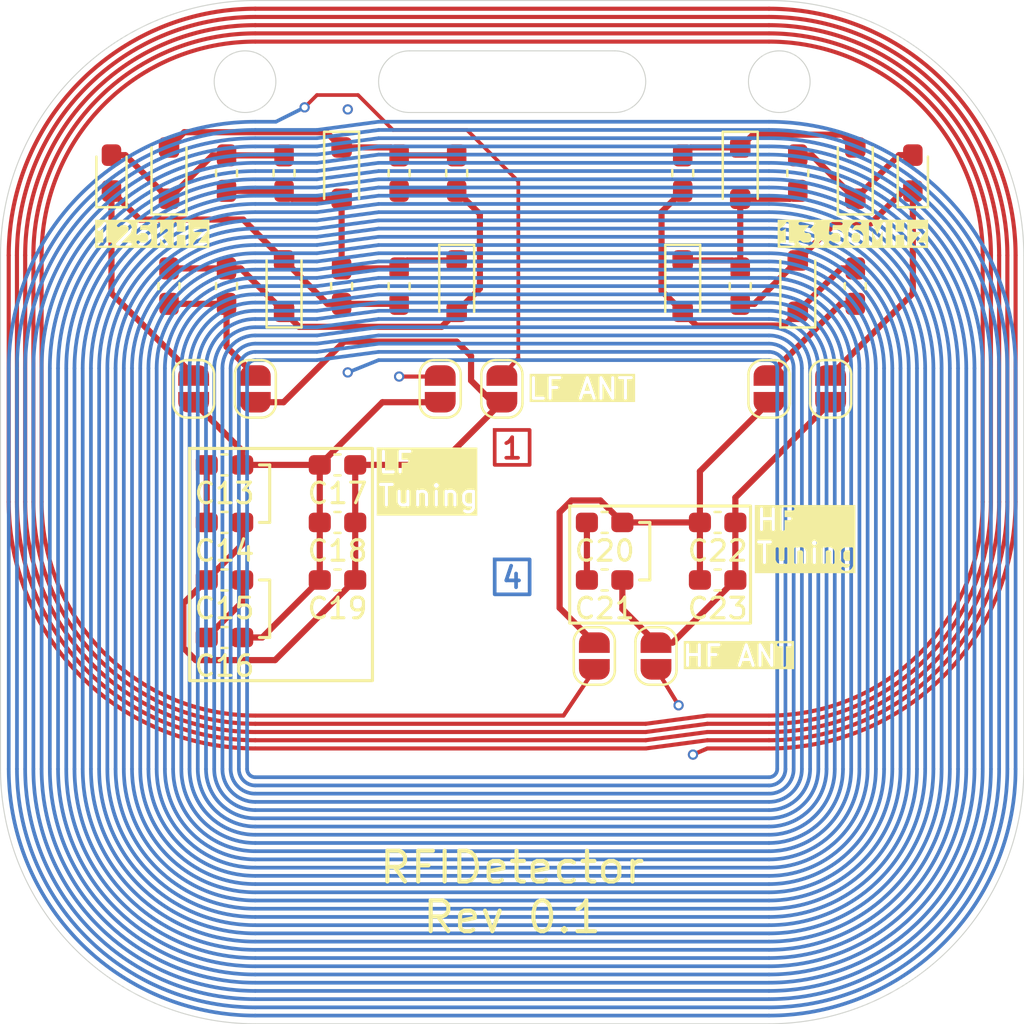
<source format=kicad_pcb>
(kicad_pcb (version 20221018) (generator pcbnew)
  (layers (0 "F.Cu" signal) (1 "In1.Cu" signal) (2 "In2.Cu" signal) (31 "B.Cu" signal) (34 "B.Paste" user) (35 "F.Paste" user) (36 "B.SilkS" user "B.Silkscreen") (37 "F.SilkS" user "F.Silkscreen") (38 "B.Mask" user) (39 "F.Mask" user) (44 "Edge.Cuts" user))
  (net 0 "")
  (net 1 "/125k_load_+")
  (net 2 "Net-(D1-K)")
  (net 3 "/125k_load_-")
  (net 4 "Net-(D2-K)")
  (net 5 "Net-(D3-K)")
  (net 6 "Net-(D4-K)")
  (net 7 "/13.56M_load_+")
  (net 8 "Net-(D6-K)")
  (net 9 "/13.56M_load_-")
  (net 10 "Net-(D7-K)")
  (net 11 "Net-(D8-K)")
  (net 12 "Net-(D10-A)")
  (net 13 "Net-(C13-Pad1)")
  (net 14 "Net-(JP1-B)")
  (net 15 "Net-(JP2-B)")
  (net 16 "Net-(C15-Pad2)")
  (net 17 "Net-(C20-Pad1)")
  (net 18 "Net-(JP5-B)")
  (net 19 "Net-(JP6-B)")
  (footprint "Capacitor_SMD:C_0603_1608Metric_Pad1.08x0.95mm_HandSolder" (layer "F.Cu") (at 130 107.5 90)
    (fp_text reference "C4" hide)
    (fp_text value "47u")
  )
  (footprint "Capacitor_SMD:C_0603_1608Metric_Pad1.08x0.95mm_HandSolder" (layer "F.Cu") (at 127 116.2)
    (fp_text reference "C17")
    (fp_text value "C")
  )
  (footprint "LED_SMD:LED_0603_1608Metric_Pad1.05x0.95mm_HandSolder" (layer "F.Cu") (at 116 102 90)
    (fp_text reference "D5" hide)
    (fp_text value "LED")
  )
  (footprint "Capacitor_SMD:C_0603_1608Metric_Pad1.08x0.95mm_HandSolder" (layer "F.Cu") (at 145.5 121.8)
    (fp_text reference "C23")
    (fp_text value "C")
  )
  (footprint "Capacitor_SMD:C_0603_1608Metric_Pad1.08x0.95mm_HandSolder" (layer "F.Cu") (at 143.8 102 90)
    (fp_text reference "C11" hide)
    (fp_text value "10u")
  )
  (footprint "Jumper:SolderJumper-2_P1.3mm_Open_RoundedPad1.0x1.5mm" (layer "F.Cu") (at 135 112.5 90)
    (fp_text reference "JP3" hide)
    (fp_text value "SolderJumper_2_Open")
  )
  (footprint "Capacitor_SMD:C_0603_1608Metric_Pad1.08x0.95mm_HandSolder" (layer "F.Cu") (at 121.6 107.5 90)
    (fp_text reference "C1" hide)
    (fp_text value "47u")
  )
  (footprint "Capacitor_SMD:C_0603_1608Metric_Pad1.08x0.95mm_HandSolder" (layer "F.Cu") (at 121.6 102 90)
    (fp_text reference "C8" hide)
    (fp_text value "47u")
  )
  (footprint "Capacitor_SMD:C_0603_1608Metric_Pad1.08x0.95mm_HandSolder" (layer "F.Cu") (at 127 119)
    (fp_text reference "C18")
    (fp_text value "C")
  )
  (footprint "Jumper:SolderJumper-2_P1.3mm_Open_RoundedPad1.0x1.5mm" (layer "F.Cu") (at 123 112.5 -90)
    (fp_text reference "JP1" hide)
    (fp_text value "SolderJumper_2_Open")
  )
  (footprint "Jumper:SolderJumper-2_P1.3mm_Open_RoundedPad1.0x1.5mm" (layer "F.Cu") (at 148 112.5 -90)
    (fp_text reference "JP5" hide)
    (fp_text value "SolderJumper_2_Open")
  )
  (footprint "Diode_SMD:D_SOD-323_HandSoldering" (layer "F.Cu") (at 152.2 102 90)
    (fp_text reference "D9" hide)
    (fp_text value "1N5819WS")
  )
  (footprint "Diode_SMD:D_SOD-323_HandSoldering" (layer "F.Cu") (at 132.8 107.5 -90)
    (fp_text reference "D2" hide)
    (fp_text value "1N5819WS")
  )
  (footprint "Diode_SMD:D_SOD-323_HandSoldering" (layer "F.Cu") (at 124.4 107.5 90)
    (fp_text reference "D1" hide)
    (fp_text value "1N5819WS")
  )
  (footprint "Capacitor_SMD:C_0603_1608Metric_Pad1.08x0.95mm_HandSolder" (layer "F.Cu") (at 145.5 119)
    (fp_text reference "C22")
    (fp_text value "C")
  )
  (footprint "Capacitor_SMD:C_0603_1608Metric_Pad1.08x0.95mm_HandSolder" (layer "F.Cu") (at 121.5 124.6)
    (fp_text reference "C16")
    (fp_text value "C")
  )
  (footprint "Capacitor_SMD:C_0603_1608Metric_Pad1.08x0.95mm_HandSolder" (layer "F.Cu") (at 127.2 107.5 90)
    (fp_text reference "C3" hide)
    (fp_text value "47u")
  )
  (footprint "Diode_SMD:D_SOD-323_HandSoldering" (layer "F.Cu") (at 143.8 107.5 -90)
    (fp_text reference "D7" hide)
    (fp_text value "1N5819WS")
  )
  (footprint "Capacitor_SMD:C_0603_1608Metric_Pad1.08x0.95mm_HandSolder" (layer "F.Cu") (at 130 102 90)
    (fp_text reference "C6" hide)
    (fp_text value "47u")
  )
  (footprint "LED_SMD:LED_0603_1608Metric_Pad1.05x0.95mm_HandSolder" (layer "F.Cu") (at 155 102 90)
    (fp_text reference "D10" hide)
    (fp_text value "LED")
  )
  (footprint "Capacitor_SMD:C_0603_1608Metric_Pad1.08x0.95mm_HandSolder" (layer "F.Cu") (at 140 119)
    (fp_text reference "C20")
    (fp_text value "C")
  )
  (footprint "Jumper:SolderJumper-2_P1.3mm_Open_RoundedPad1.0x1.5mm" (layer "F.Cu") (at 139.5 125.5 -90)
    (fp_text reference "JP7" hide)
    (fp_text value "SolderJumper_2_Open")
  )
  (footprint "Capacitor_SMD:C_0603_1608Metric_Pad1.08x0.95mm_HandSolder" (layer "F.Cu") (at 149.4 102 90)
    (fp_text reference "C12" hide)
    (fp_text value "10u")
  )
  (footprint "Jumper:SolderJumper-2_P1.3mm_Open_RoundedPad1.0x1.5mm" (layer "F.Cu") (at 120 112.5 -90)
    (fp_text reference "JP2" hide)
    (fp_text value "SolderJumper_2_Open")
  )
  (footprint "Capacitor_SMD:C_0603_1608Metric_Pad1.08x0.95mm_HandSolder" (layer "F.Cu") (at 121.5 116.2)
    (fp_text reference "C13")
    (fp_text value "C")
  )
  (footprint "Diode_SMD:D_SOD-323_HandSoldering" (layer "F.Cu") (at 127.2 102 -90)
    (fp_text reference "D3" hide)
    (fp_text value "1N5819WS")
  )
  (footprint "Jumper:SolderJumper-2_P1.3mm_Open_RoundedPad1.0x1.5mm" (layer "F.Cu") (at 142.5 125.5 -90)
    (fp_text reference "JP8" hide)
    (fp_text value "SolderJumper_2_Open")
  )
  (footprint "Capacitor_SMD:C_0603_1608Metric_Pad1.08x0.95mm_HandSolder" (layer "F.Cu") (at 127 121.8)
    (fp_text reference "C19")
    (fp_text value "C")
  )
  (footprint "Diode_SMD:D_SOD-323_HandSoldering" (layer "F.Cu") (at 118.8 102 90)
    (fp_text reference "D4" hide)
    (fp_text value "1N5819WS")
  )
  (footprint "Capacitor_SMD:C_0603_1608Metric_Pad1.08x0.95mm_HandSolder" (layer "F.Cu") (at 118.8 107.5 90)
    (fp_text reference "C2" hide)
    (fp_text value "47u")
  )
  (footprint "Capacitor_SMD:C_0603_1608Metric_Pad1.08x0.95mm_HandSolder" (layer "F.Cu") (at 132.8 102 90)
    (fp_text reference "C5" hide)
    (fp_text value "47u")
  )
  (footprint "Jumper:SolderJumper-2_P1.3mm_Open_RoundedPad1.0x1.5mm" (layer "F.Cu") (at 132 112.5 90)
    (fp_text reference "JP4" hide)
    (fp_text value "SolderJumper_2_Open")
  )
  (footprint "Capacitor_SMD:C_0603_1608Metric_Pad1.08x0.95mm_HandSolder" (layer "F.Cu") (at 146.6 107.5 90)
    (fp_text reference "C10" hide)
    (fp_text value "10u")
  )
  (footprint "Diode_SMD:D_SOD-323_HandSoldering" (layer "F.Cu") (at 146.6 102 -90)
    (fp_text reference "D8" hide)
    (fp_text value "1N5819WS")
  )
  (footprint "Capacitor_SMD:C_0603_1608Metric_Pad1.08x0.95mm_HandSolder" (layer "F.Cu") (at 124.4 102 90)
    (fp_text reference "C7" hide)
    (fp_text value "47u")
  )
  (footprint "Capacitor_SMD:C_0603_1608Metric_Pad1.08x0.95mm_HandSolder" (layer "F.Cu") (at 140 121.8)
    (fp_text reference "C21")
    (fp_text value "C")
  )
  (footprint "Capacitor_SMD:C_0603_1608Metric_Pad1.08x0.95mm_HandSolder" (layer "F.Cu") (at 121.5 119)
    (fp_text reference "C14")
    (fp_text value "C")
  )
  (footprint "Diode_SMD:D_SOD-323_HandSoldering" (layer "F.Cu") (at 149.4 107.5 90)
    (fp_text reference "D6" hide)
    (fp_text value "1N5819WS")
  )
  (footprint "Capacitor_SMD:C_0603_1608Metric_Pad1.08x0.95mm_HandSolder" (layer "F.Cu") (at 152.2 107.5 90)
    (fp_text reference "C9" hide)
    (fp_text value "10u")
  )
  (footprint "Capacitor_SMD:C_0603_1608Metric_Pad1.08x0.95mm_HandSolder" (layer "F.Cu") (at 121.5 121.8)
    (fp_text reference "C15")
    (fp_text value "C")
  )
  (footprint "Jumper:SolderJumper-2_P1.3mm_Open_RoundedPad1.0x1.5mm" (layer "F.Cu") (at 151 112.5 -90)
    (fp_text reference "JP6" hide)
    (fp_text value "SolderJumper_2_Open")
  )
  (gr_arc (start 148 94) (mid 156.485281 97.514719) (end 160 106) (stroke (width 0.2)) (layer "F.Cu"))
  (gr_arc (start 111 106) (mid 114.514719 97.514719) (end 123 94) (stroke (width 0.2)) (layer "F.Cu"))
  (gr_arc (start 158.8 118) (mid 155.636753 125.636753) (end 148 128.8) (stroke (width 0.2)) (layer "F.Cu"))
  (gr_line (start 123 95.6) (end 148 95.6) (stroke (width 0.2)) (layer "F.Cu"))
  (gr_arc (start 160 118) (mid 156.485281 126.485281) (end 148 130) (stroke (width 0.2)) (layer "F.Cu"))
  (gr_line (start 159.2 118) (end 159.2 106) (stroke (width 0.2)) (layer "F.Cu"))
  (gr_arc (start 111.8 106) (mid 115.080404 98.080404) (end 123 94.8) (stroke (width 0.2)) (layer "F.Cu"))
  (gr_line (start 159.6 118) (end 159.6 106) (stroke (width 0.2)) (layer "F.Cu"))
  (gr_line (start 142 129.6) (end 123 129.599996) (stroke (width 0.2)) (layer "F.Cu"))
  (gr_arc (start 112.2 106) (mid 115.363247 98.363247) (end 123 95.2) (stroke (width 0.2)) (layer "F.Cu"))
  (gr_arc (start 148 94.4) (mid 156.202439 97.797561) (end 159.6 106) (stroke (width 0.2)) (layer "F.Cu"))
  (gr_arc (start 111.4 106) (mid 114.797561 97.797561) (end 123 94.4) (stroke (width 0.2)) (layer "F.Cu"))
  (gr_line (start 111.4 117.999996) (end 111.4 106) (stroke (width 0.2)) (layer "F.Cu"))
  (gr_line (start 135.8 102.4) (end 133.3 99.9) (stroke (width 0.18)) (layer "F.Cu"))
  (gr_line (start 145 129.599996) (end 142 130) (stroke (width 0.2)) (layer "F.Cu"))
  (gr_arc (start 158.4 118) (mid 155.353911 125.353911) (end 148 128.4) (stroke (width 0.2)) (layer "F.Cu"))
  (gr_line (start 111.8 117.999996) (end 111.8 106) (stroke (width 0.2)) (layer "F.Cu"))
  (gr_line (start 138 128.4) (end 139.5 126.17) (stroke (width 0.2)) (layer "F.Cu"))
  (gr_line (start 148 130) (end 145 129.999996) (stroke (width 0.2)) (layer "F.Cu"))
  (gr_line (start 138 128.4) (end 123 128.399996) (stroke (width 0.2)) (layer "F.Cu"))
  (gr_line (start 142 130) (end 123 129.999996) (stroke (width 0.2)) (layer "F.Cu"))
  (gr_line (start 126 98.2) (end 125.4 98.8) (stroke (width 0.18)) (layer "F.Cu"))
  (gr_line (start 143.6 127.9) (end 142.5 126.11) (stroke (width 0.2)) (layer "F.Cu"))
  (gr_arc (start 123 128.799996) (mid 115.363248 125.636749) (end 112.2 117.999996) (stroke (width 0.2)) (layer "F.Cu"))
  (gr_arc (start 148 95.6) (mid 155.353911 98.646089) (end 158.4 106) (stroke (width 0.2)) (layer "F.Cu"))
  (gr_line (start 148 128.4) (end 145 128.399996) (stroke (width 0.2)) (layer "F.Cu"))
  (gr_line (start 142 128.8) (end 123 128.799996) (stroke (width 0.2)) (layer "F.Cu"))
  (gr_line (start 160 118) (end 160 106) (stroke (width 0.2)) (layer "F.Cu"))
  (gr_line (start 158.8 118) (end 158.8 106) (stroke (width 0.2)) (layer "F.Cu"))
  (gr_arc (start 159.6 118) (mid 156.202439 126.202439) (end 148 129.6) (stroke (width 0.2)) (layer "F.Cu"))
  (gr_line (start 130 111.9) (end 132 111.9) (stroke (width 0.2)) (layer "F.Cu"))
  (gr_line (start 112.6 117.999996) (end 112.6 106) (stroke (width 0.2)) (layer "F.Cu"))
  (gr_line (start 142 129.2) (end 123 129.199996) (stroke (width 0.2)) (layer "F.Cu"))
  (gr_line (start 145 128.399996) (end 142 128.8) (stroke (width 0.2)) (layer "F.Cu"))
  (gr_arc (start 123 129.999996) (mid 114.51472 126.485277) (end 111 117.999996) (stroke (width 0.2)) (layer "F.Cu"))
  (gr_line (start 148 129.2) (end 145 129.199996) (stroke (width 0.2)) (layer "F.Cu"))
  (gr_rect (start 134.65 114.5) (end 136.35 116.2) (stroke (width 0.18)) (fill none) (layer "F.Cu"))
  (gr_line (start 123 94.4) (end 148 94.4) (stroke (width 0.2)) (layer "F.Cu"))
  (gr_line (start 133.3 99.9) (end 129.7 99.9) (stroke (width 0.18)) (layer "F.Cu"))
  (gr_arc (start 112.6 106) (mid 115.646089 98.646089) (end 123 95.6) (stroke (width 0.2)) (layer "F.Cu"))
  (gr_line (start 145 128.799996) (end 142 129.2) (stroke (width 0.2)) (layer "F.Cu"))
  (gr_line (start 123 95.2) (end 148 95.2) (stroke (width 0.2)) (layer "F.Cu"))
  (gr_line (start 148 129.6) (end 145 129.599996) (stroke (width 0.2)) (layer "F.Cu"))
  (gr_arc (start 123 129.599996) (mid 114.797563 126.202434) (end 111.4 117.999996) (stroke (width 0.2)) (layer "F.Cu"))
  (gr_line (start 158.4 118) (end 158.4 106) (stroke (width 0.2)) (layer "F.Cu"))
  (gr_line (start 144.3 130.3) (end 145 129.999996) (stroke (width 0.2)) (layer "F.Cu"))
  (gr_line (start 112.2 117.999996) (end 112.2 106) (stroke (width 0.2)) (layer "F.Cu"))
  (gr_line (start 135.8 111) (end 135.8 102.4) (stroke (width 0.18)) (layer "F.Cu"))
  (gr_line (start 128 98.2) (end 126 98.2) (stroke (width 0.18)) (layer "F.Cu"))
  (gr_arc (start 148 94.8) (mid 155.919596 98.080404) (end 159.2 106) (stroke (width 0.2)) (layer "F.Cu"))
  (gr_arc (start 148 95.2) (mid 155.636753 98.363247) (end 158.8 106) (stroke (width 0.2)) (layer "F.Cu"))
  (gr_arc (start 123 129.199996) (mid 115.080405 125.919592) (end 111.8 117.999996) (stroke (width 0.2)) (layer "F.Cu"))
  (gr_line (start 123 94.8) (end 148 94.8) (stroke (width 0.2)) (layer "F.Cu"))
  (gr_line (start 148 128.8) (end 145 128.799996) (stroke (width 0.2)) (layer "F.Cu"))
  (gr_line (start 145 129.199996) (end 142 129.6) (stroke (width 0.2)) (layer "F.Cu"))
  (gr_arc (start 123 128.399996) (mid 115.646091 125.353906) (end 112.6 117.999996) (stroke (width 0.2)) (layer "F.Cu"))
  (gr_line (start 135 111.9) (end 135.8 111) (stroke (width 0.2)) (layer "F.Cu"))
  (gr_arc (start 159.2 118) (mid 155.919596 125.919596) (end 148 129.2) (stroke (width 0.2)) (layer "F.Cu"))
  (gr_line (start 111 117.999996) (end 111 106) (stroke (width 0.2)) (layer "F.Cu"))
  (gr_line (start 129.7 99.9) (end 128 98.2) (stroke (width 0.18)) (layer "F.Cu"))
  (gr_line (start 123 94) (end 148 94) (stroke (width 0.2)) (layer "F.Cu"))
  (gr_line (start 148 142.2) (end 123 142.2) (stroke (width 0.18)) (layer "B.Cu"))
  (gr_arc (start 148.000002 110.7) (mid 148.565687 110.934315) (end 148.800002 111.5) (stroke (width 0.18)) (layer "B.Cu"))
  (gr_line (start 126 107.1) (end 129 106.7) (stroke (width 0.18)) (layer "B.Cu"))
  (gr_arc (start 148.000002 102.3) (mid 154.505384 104.994618) (end 157.200002 111.5) (stroke (width 0.18)) (layer "B.Cu"))
  (gr_arc (start 157.2 131) (mid 154.505382 137.505382) (end 148 140.2) (stroke (width 0.18)) (layer "B.Cu"))
  (gr_line (start 154 131) (end 154.000002 111.5) (stroke (width 0.18)) (layer "B.Cu"))
  (gr_line (start 148 108.3) (end 129 108.3) (stroke (width 0.18)) (layer "B.Cu"))
  (gr_arc (start 118.6 111.5) (mid 119.88873 108.38873) (end 123 107.1) (stroke (width 0.18)) (layer "B.Cu"))
  (gr_arc (start 148.000002 100.7) (mid 155.636754 103.863248) (end 158.800002 111.5) (stroke (width 0.18)) (layer "B.Cu"))
  (gr_arc (start 152.4 131) (mid 151.11127 134.11127) (end 148 135.4) (stroke (width 0.18)) (layer "B.Cu"))
  (gr_line (start 126 110.7) (end 123 110.7) (stroke (width 0.18)) (layer "B.Cu"))
  (gr_line (start 148 132.6) (end 123 132.6) (stroke (width 0.18)) (layer "B.Cu"))
  (gr_line (start 148 103.1) (end 129 103.1) (stroke (width 0.18)) (layer "B.Cu"))
  (gr_arc (start 148.000002 107.1) (mid 151.111271 108.388731) (end 152.400002 111.5) (stroke (width 0.18)) (layer "B.Cu"))
  (gr_arc (start 123 131.4) (mid 122.717157 131.282843) (end 122.6 131) (stroke (width 0.18)) (layer "B.Cu"))
  (gr_line (start 126 109.5) (end 129 109.1) (stroke (width 0.18)) (layer "B.Cu"))
  (gr_line (start 148 137) (end 123 137) (stroke (width 0.18)) (layer "B.Cu"))
  (gr_arc (start 148.000002 105.5) (mid 152.242642 107.25736) (end 154.000002 111.5) (stroke (width 0.18)) (layer "B.Cu"))
  (gr_arc (start 123 131.8) (mid 122.434315 131.565685) (end 122.2 131) (stroke (width 0.18)) (layer "B.Cu"))
  (gr_line (start 126 107.1) (end 123 107.1) (stroke (width 0.18)) (layer "B.Cu"))
  (gr_line (start 154.4 131) (end 154.400002 111.5) (stroke (width 0.18)) (layer "B.Cu"))
  (gr_arc (start 123 137) (mid 118.757359 135.242641) (end 117 131) (stroke (width 0.18)) (layer "B.Cu"))
  (gr_line (start 121.799998 131) (end 121.8 111.5) (stroke (width 0.18)) (layer "B.Cu"))
  (gr_arc (start 123 135.8) (mid 119.605887 134.394113) (end 118.2 131) (stroke (width 0.18)) (layer "B.Cu"))
  (gr_line (start 126 101.9) (end 123 101.9) (stroke (width 0.18)) (layer "B.Cu"))
  (gr_line (start 115.799998 131) (end 115.8 111.5) (stroke (width 0.18)) (layer "B.Cu"))
  (gr_arc (start 154 131) (mid 152.242641 135.242641) (end 148 137) (stroke (width 0.18)) (layer "B.Cu"))
  (gr_line (start 148 138.2) (end 123 138.2) (stroke (width 0.18)) (layer "B.Cu"))
  (gr_arc (start 157.6 131) (mid 154.788225 137.788225) (end 148 140.6) (stroke (width 0.18)) (layer "B.Cu"))
  (gr_arc (start 150.8 131) (mid 149.979899 132.979899) (end 148 133.8) (stroke (width 0.18)) (layer "B.Cu"))
  (gr_line (start 126 105.1) (end 123 105.1) (stroke (width 0.18)) (layer "B.Cu"))
  (gr_arc (start 115 111.5) (mid 117.343146 105.843146) (end 123 103.5) (stroke (width 0.18)) (layer "B.Cu"))
  (gr_line (start 157.6 131) (end 157.600002 111.5) (stroke (width 0.18)) (layer "B.Cu"))
  (gr_line (start 126 101.5) (end 123 101.5) (stroke (width 0.18)) (layer "B.Cu"))
  (gr_line (start 114.199998 131) (end 114.2 111.5) (stroke (width 0.18)) (layer "B.Cu"))
  (gr_line (start 148 141.4) (end 123 141.4) (stroke (width 0.18)) (layer "B.Cu"))
  (gr_line (start 126 103.1) (end 123 103.1) (stroke (width 0.18)) (layer "B.Cu"))
  (gr_line (start 126 110.3) (end 129 109.9) (stroke (width 0.18)) (layer "B.Cu"))
  (gr_line (start 126 107.5) (end 129 107.1) (stroke (width 0.18)) (layer "B.Cu"))
  (gr_line (start 148 141.8) (end 123 141.8) (stroke (width 0.18)) (layer "B.Cu"))
  (gr_line (start 148.4 131) (end 148.400002 111.5) (stroke (width 0.18)) (layer "B.Cu"))
  (gr_arc (start 152.8 131) (mid 151.394113 134.394113) (end 148 135.8) (stroke (width 0.18)) (layer "B.Cu"))
  (gr_arc (start 123 141) (mid 115.928932 138.071068) (end 113 131) (stroke (width 0.18)) (layer "B.Cu"))
  (gr_arc (start 148.000002 99.9) (mid 156.202439 103.297563) (end 159.600002 111.5) (stroke (width 0.18)) (layer "B.Cu"))
  (gr_arc (start 123 138.6) (mid 117.625988 136.374012) (end 115.4 131) (stroke (width 0.18)) (layer "B.Cu"))
  (gr_line (start 156.8 131) (end 156.800002 111.5) (stroke (width 0.18)) (layer "B.Cu"))
  (gr_arc (start 148.000002 107.9) (mid 150.545586 108.954416) (end 151.600002 111.5) (stroke (width 0.18)) (layer "B.Cu"))
  (gr_line (start 124 99.5) (end 123 99.5) (stroke (width 0.18)) (layer "B.Cu"))
  (gr_line (start 126 100.3) (end 123 100.3) (stroke (width 0.18)) (layer "B.Cu"))
  (gr_line (start 159.6 131) (end 159.600002 111.5) (stroke (width 0.18)) (layer "B.Cu"))
  (gr_line (start 148 133.4) (end 123 133.4) (stroke (width 0.18)) (layer "B.Cu"))
  (gr_arc (start 111 111.5) (mid 114.514719 103.014719) (end 123 99.5) (stroke (width 0.18)) (layer "B.Cu"))
  (gr_arc (start 150.4 131) (mid 149.697056 132.697056) (end 148 133.4) (stroke (width 0.18)) (layer "B.Cu"))
  (gr_line (start 126 103.9) (end 123 103.9) (stroke (width 0.18)) (layer "B.Cu"))
  (gr_arc (start 120.2 111.5) (mid 121.020101 109.520101) (end 123 108.7) (stroke (width 0.18)) (layer "B.Cu"))
  (gr_arc (start 123 139.4) (mid 117.060303 136.939697) (end 114.6 131) (stroke (width 0.18)) (layer "B.Cu"))
  (gr_arc (start 116.2 111.5) (mid 118.191674 106.691674) (end 123 104.7) (stroke (width 0.18)) (layer "B.Cu"))
  (gr_arc (start 156.4 131) (mid 153.939697 136.939697) (end 148 139.4) (stroke (width 0.18)) (layer "B.Cu"))
  (gr_arc (start 155.6 131) (mid 153.374012 136.374012) (end 148 138.6) (stroke (width 0.18)) (layer "B.Cu"))
  (gr_line (start 126 109.9) (end 129 109.5) (stroke (width 0.18)) (layer "B.Cu"))
  (gr_line (start 153.2 131) (end 153.200002 111.5) (stroke (width 0.18)) (layer "B.Cu"))
  (gr_line (start 126 102.7) (end 129 102.3) (stroke (width 0.18)) (layer "B.Cu"))
  (gr_line (start 126 108.7) (end 129 108.3) (stroke (width 0.18)) (layer "B.Cu"))
  (gr_arc (start 151.6 131) (mid 150.545584 133.545584) (end 148 134.6) (stroke (width 0.18)) (layer "B.Cu"))
  (gr_line (start 148 135) (end 123 135) (stroke (width 0.18)) (layer "B.Cu"))
  (gr_line (start 126 101.5) (end 129 101.1) (stroke (width 0.18)) (layer "B.Cu"))
  (gr_line (start 148 137.8) (end 123 137.8) (stroke (width 0.18)) (layer "B.Cu"))
  (gr_arc (start 148.000002 101.5) (mid 155.071069 104.428933) (end 158.000002 111.5) (stroke (width 0.18)) (layer "B.Cu"))
  (gr_arc (start 123 137.4) (mid 118.474517 135.525483) (end 116.6 131) (stroke (width 0.18)) (layer "B.Cu"))
  (gr_arc (start 156.8 131) (mid 154.22254 137.22254) (end 148 139.8) (stroke (width 0.18)) (layer "B.Cu"))
  (gr_line (start 117.799998 131) (end 117.8 111.5) (stroke (width 0.18)) (layer "B.Cu"))
  (gr_arc (start 123 132.6) (mid 121.868629 132.131371) (end 121.4 131) (stroke (width 0.18)) (layer "B.Cu"))
  (gr_line (start 116.199998 131) (end 116.2 111.5) (stroke (width 0.18)) (layer "B.Cu"))
  (gr_line (start 148 105.9) (end 129 105.9) (stroke (width 0.18)) (layer "B.Cu"))
  (gr_line (start 148 140.2) (end 123 140.2) (stroke (width 0.18)) (layer "B.Cu"))
  (gr_line (start 148 104.7) (end 129 104.7) (stroke (width 0.18)) (layer "B.Cu"))
  (gr_line (start 148 135.4) (end 123 135.4) (stroke (width 0.18)) (layer "B.Cu"))
  (gr_line (start 126 100.3) (end 129 99.9) (stroke (width 0.18)) (layer "B.Cu"))
  (gr_line (start 115.399998 131) (end 115.4 111.5) (stroke (width 0.18)) (layer "B.Cu"))
  (gr_arc (start 123 133.4) (mid 121.302944 132.697056) (end 120.6 131) (stroke (width 0.18)) (layer "B.Cu"))
  (gr_line (start 126 109.1) (end 123 109.1) (stroke (width 0.18)) (layer "B.Cu"))
  (gr_arc (start 123 143) (mid 114.514719 139.485281) (end 111 131) (stroke (width 0.18)) (layer "B.Cu"))
  (gr_arc (start 158 131) (mid 155.071068 138.071068) (end 148 141) (stroke (width 0.18)) (layer "B.Cu"))
  (gr_line (start 148 105.5) (end 129 105.5) (stroke (width 0.18)) (layer "B.Cu"))
  (gr_line (start 156 131) (end 156.000002 111.5) (stroke (width 0.18)) (layer "B.Cu"))
  (gr_line (start 126 109.1) (end 129 108.7) (stroke (width 0.18)) (layer "B.Cu"))
  (gr_arc (start 123 135) (mid 120.171573 133.828427) (end 119 131) (stroke (width 0.18)) (layer "B.Cu"))
  (gr_line (start 120.599998 131) (end 120.6 111.5) (stroke (width 0.18)) (layer "B.Cu"))
  (gr_line (start 126 103.5) (end 123 103.5) (stroke (width 0.18)) (layer "B.Cu"))
  (gr_arc (start 123 141.8) (mid 115.363247 138.636753) (end 112.2 131) (stroke (width 0.18)) (layer "B.Cu"))
  (gr_arc (start 148.000002 107.5) (mid 150.828428 108.671574) (end 152.000002 111.5) (stroke (width 0.18)) (layer "B.Cu"))
  (gr_arc (start 123 139) (mid 117.343146 136.656854) (end 115 131) (stroke (width 0.18)) (layer "B.Cu"))
  (gr_arc (start 114.6 111.5) (mid 117.060303 105.560303) (end 123 103.1) (stroke (width 0.18)) (layer "B.Cu"))
  (gr_line (start 148 103.9) (end 129 103.9) (stroke (width 0.18)) (layer "B.Cu"))
  (gr_arc (start 119.8 111.5) (mid 120.737258 109.237258) (end 123 108.3) (stroke (width 0.18)) (layer "B.Cu"))
  (gr_arc (start 114.2 111.5) (mid 116.77746 105.27746) (end 123 102.7) (stroke (width 0.18)) (layer "B.Cu"))
  (gr_line (start 126 99.9) (end 129 99.5) (stroke (width 0.18)) (layer "B.Cu"))
  (gr_line (start 148 143) (end 123 143) (stroke (width 0.18)) (layer "B.Cu"))
  (gr_arc (start 123 136.2) (mid 119.323045 134.676955) (end 117.8 131) (stroke (width 0.18)) (layer "B.Cu"))
  (gr_arc (start 148.000002 99.5) (mid 156.485282 103.01472) (end 160.000002 111.5) (stroke (width 0.18)) (layer "B.Cu"))
  (gr_arc (start 123 135.4) (mid 119.88873 134.11127) (end 118.6 131) (stroke (width 0.18)) (layer "B.Cu"))
  (gr_line (start 126 104.3) (end 129 103.9) (stroke (width 0.18)) (layer "B.Cu"))
  (gr_line (start 113.399998 131) (end 113.4 111.5) (stroke (width 0.18)) (layer "B.Cu"))
  (gr_arc (start 159.6 131) (mid 156.202439 139.202439) (end 148 142.6) (stroke (width 0.18)) (layer "B.Cu"))
  (gr_arc (start 160 131) (mid 156.485281 139.485281) (end 148 143) (stroke (width 0.18)) (layer "B.Cu"))
  (gr_line (start 126 103.5) (end 129 103.1) (stroke (width 0.18)) (layer "B.Cu"))
  (gr_line (start 112.999998 131) (end 113 111.5) (stroke (width 0.18)) (layer "B.Cu"))
  (gr_line (start 117.399998 131) (end 117.4 111.5) (stroke (width 0.18)) (layer "B.Cu"))
  (gr_line (start 119.399998 131) (end 119.4 111.5) (stroke (width 0.18)) (layer "B.Cu"))
  (gr_line (start 126 111.1) (end 129 110.7) (stroke (width 0.18)) (layer "B.Cu"))
  (gr_line (start 148 109.1) (end 129 109.1) (stroke (width 0.18)) (layer "B.Cu"))
  (gr_line (start 152.4 131) (end 152.400002 111.5) (stroke (width 0.18)) (layer "B.Cu"))
  (gr_arc (start 123 134.2) (mid 120.737258 133.262742) (end 119.8 131) (stroke (width 0.18)) (layer "B.Cu"))
  (gr_line (start 148 101.9) (end 129 101.9) (stroke (width 0.18)) (layer "B.Cu"))
  (gr_line (start 148 103.5) (end 129 103.5) (stroke (width 0.18)) (layer "B.Cu"))
  (gr_line (start 148 102.3) (end 129 102.3) (stroke (width 0.18)) (layer "B.Cu"))
  (gr_line (start 126 101.1) (end 123 101.1) (stroke (width 0.18)) (layer "B.Cu"))
  (gr_line (start 126 107.9) (end 129 107.5) (stroke (width 0.18)) (layer "B.Cu"))
  (gr_line (start 148.8 131) (end 148.800002 111.5) (stroke (width 0.18)) (layer "B.Cu"))
  (gr_arc (start 123 139.8) (mid 116.77746 137.22254) (end 114.2 131) (stroke (width 0.18)) (layer "B.Cu"))
  (gr_line (start 129 111.1) (end 127.51 111.7) (stroke (width 0.18)) (layer "B.Cu"))
  (gr_line (start 148 110.7) (end 129 110.7) (stroke (width 0.18)) (layer "B.Cu"))
  (gr_line (start 122.199998 131) (end 122.2 111.5) (stroke (width 0.18)) (layer "B.Cu"))
  (gr_line (start 126 111.1) (end 123 111.1) (stroke (width 0.18)) (layer "B.Cu"))
  (gr_arc (start 122.2 111.5) (mid 122.434315 110.934315) (end 123 110.7) (stroke (width 0.18)) (layer "B.Cu"))
  (gr_line (start 110.999998 131) (end 111 111.5) (stroke (width 0.18)) (layer "B.Cu"))
  (gr_line (start 150.4 131) (end 150.400002 111.5) (stroke (width 0.18)) (layer "B.Cu"))
  (gr_line (start 126 99.9) (end 123 99.9) (stroke (width 0.18)) (layer "B.Cu"))
  (gr_line (start 149.6 131) (end 149.600002 111.5) (stroke (width 0.18)) (layer "B.Cu"))
  (gr_line (start 126 105.5) (end 123 105.5) (stroke (width 0.18)) (layer "B.Cu"))
  (gr_arc (start 112.6 111.5) (mid 115.646089 104.146089) (end 123 101.1) (stroke (width 0.18)) (layer "B.Cu"))
  (gr_arc (start 154.4 131) (mid 152.525483 135.525483) (end 148 137.4) (stroke (width 0.18)) (layer "B.Cu"))
  (gr_line (start 152.8 131) (end 152.800002 111.5) (stroke (width 0.18)) (layer "B.Cu"))
  (gr_arc (start 148.000002 110.3) (mid 148.848529 110.651473) (end 149.200002 111.5) (stroke (width 0.18)) (layer "B.Cu"))
  (gr_arc (start 148.4 131) (mid 148.282843 131.282843) (end 148 131.4) (stroke (width 0.18)) (layer "B.Cu"))
  (gr_arc (start 148.000002 103.5) (mid 153.656855 105.843147) (end 156.000002 111.5) (stroke (width 0.18)) (layer "B.Cu"))
  (gr_line (start 148 136.2) (end 123 136.2) (stroke (width 0.18)) (layer "B.Cu"))
  (gr_arc (start 113.4 111.5) (mid 116.211775 104.711775) (end 123 101.9) (stroke (width 0.18)) (layer "B.Cu"))
  (gr_line (start 120.999998 131) (end 121 111.5) (stroke (width 0.18)) (layer "B.Cu"))
  (gr_arc (start 154.8 131) (mid 152.808326 135.808326) (end 148 137.8) (stroke (width 0.18)) (layer "B.Cu"))
  (gr_line (start 126 108.3) (end 129 107.9) (stroke (width 0.18)) (layer "B.Cu"))
  (gr_arc (start 111.8 111.5) (mid 115.080404 103.580404) (end 123 100.3) (stroke (width 0.18)) (layer "B.Cu"))
  (gr_arc (start 158.8 131) (mid 155.636753 138.636753) (end 148 141.8) (stroke (width 0.18)) (layer "B.Cu"))
  (gr_line (start 126 104.7) (end 129 104.3) (stroke (width 0.18)) (layer "B.Cu"))
  (gr_line (start 118.999998 131) (end 119 111.5) (stroke (width 0.18)) (layer "B.Cu"))
  (gr_line (start 148 104.3) (end 129 104.3) (stroke (width 0.18)) (layer "B.Cu"))
  (gr_line (start 126 109.9) (end 123 109.9) (stroke (width 0.18)) (layer "B.Cu"))
  (gr_arc (start 117.8 111.5) (mid 119.323045 107.823045) (end 123 106.3) (stroke (width 0.18)) (layer "B.Cu"))
  (gr_arc (start 148.000002 106.7) (mid 151.394113 108.105889) (end 152.800002 111.5) (stroke (width 0.18)) (layer "B.Cu"))
  (gr_line (start 148 133) (end 123 133) (stroke (width 0.18)) (layer "B.Cu"))
  (gr_arc (start 149.2 131) (mid 148.848528 131.848528) (end 148 132.2) (stroke (width 0.18)) (layer "B.Cu"))
  (gr_line (start 120.199998 131) (end 120.2 111.5) (stroke (width 0.18)) (layer "B.Cu"))
  (gr_arc (start 148.000002 106.3) (mid 151.676956 107.823046) (end 153.200002 111.5) (stroke (width 0.18)) (layer "B.Cu"))
  (gr_arc (start 123 133) (mid 121.585786 132.414214) (end 121 131) (stroke (width 0.18)) (layer "B.Cu"))
  (gr_arc (start 153.6 131) (mid 151.959798 134.959798) (end 148 136.6) (stroke (width 0.18)) (layer "B.Cu"))
  (gr_arc (start 155.2 131) (mid 153.091169 136.091169) (end 148 138.2) (stroke (width 0.18)) (layer "B.Cu"))
  (gr_line (start 113.799998 131) (end 113.8 111.5) (stroke (width 0.18)) (layer "B.Cu"))
  (gr_line (start 126 100.7) (end 129 100.3) (stroke (width 0.18)) (layer "B.Cu"))
  (gr_arc (start 117 111.5) (mid 118.757359 107.257359) (end 123 105.5) (stroke (width 0.18)) (layer "B.Cu"))
  (gr_line (start 112.199998 131) (end 112.2 111.5) (stroke (width 0.18)) (layer "B.Cu"))
  (gr_line (start 148 111.1) (end 129 111.1) (stroke (width 0.18)) (layer "B.Cu"))
  (gr_line (start 148 100.7) (end 129 100.7) (stroke (width 0.18)) (layer "B.Cu"))
  (gr_line (start 150 131) (end 150.000002 111.5) (stroke (width 0.18)) (layer "B.Cu"))
  (gr_line (start 111.799998 131) (end 111.8 111.5) (stroke (width 0.18)) (layer "B.Cu"))
  (gr_arc (start 148.000002 109.5) (mid 149.414214 110.085788) (end 150.000002 111.5) (stroke (width 0.18)) (layer "B.Cu"))
  (gr_line (start 148 110.3) (end 129 110.3) (stroke (width 0.18)) (layer "B.Cu"))
  (gr_arc (start 148.000002 109.1) (mid 149.697057 109.802945) (end 150.400002 111.5) (stroke (width 0.18)) (layer "B.Cu"))
  (gr_arc (start 116.6 111.5) (mid 118.474517 106.974517) (end 123 105.1) (stroke (width 0.18)) (layer "B.Cu"))
  (gr_line (start 126 101.1) (end 129 100.7) (stroke (width 0.18)) (layer "B.Cu"))
  (gr_line (start 126 106.7) (end 129 106.3) (stroke (width 0.18)) (layer "B.Cu"))
  (gr_line (start 148 142.6) (end 123 142.6) (stroke (width 0.18)) (layer "B.Cu"))
  (gr_line (start 126 106.3) (end 123 106.3) (stroke (width 0.18)) (layer "B.Cu"))
  (gr_line (start 126 106.3) (end 129 105.9) (stroke (width 0.18)) (layer "B.Cu"))
  (gr_line (start 126 106.7) (end 123 106.7) (stroke (width 0.18)) (layer "B.Cu"))
  (gr_line (start 126 100.7) (end 123 100.7) (stroke (width 0.18)) (layer "B.Cu"))
  (gr_arc (start 123 138.2) (mid 117.908831 136.091169) (end 115.8 131) (stroke (width 0.18)) (layer "B.Cu"))
  (gr_line (start 124 99.5) (end 125.4 98.8) (stroke (width 0.18)) (layer "B.Cu"))
  (gr_line (start 122.599998 131) (end 122.6 111.5) (stroke (width 0.18)) (layer "B.Cu"))
  (gr_line (start 151.6 131) (end 151.600002 111.5) (stroke (width 0.18)) (layer "B.Cu"))
  (gr_arc (start 148.000002 104.7) (mid 152.808327 106.691675) (end 154.800002 111.5) (stroke (width 0.18)) (layer "B.Cu"))
  (gr_line (start 157.2 131) (end 157.200002 111.5) (stroke (width 0.18)) (layer "B.Cu"))
  (gr_line (start 126 108.3) (end 123 108.3) (stroke (width 0.18)) (layer "B.Cu"))
  (gr_line (start 148 136.6) (end 123 136.6) (stroke (width 0.18)) (layer "B.Cu"))
  (gr_line (start 148 107.1) (end 129 107.1) (stroke (width 0.18)) (layer "B.Cu"))
  (gr_arc (start 148.000002 101.1) (mid 155.353912 104.14609) (end 158.400002 111.5) (stroke (width 0.18)) (layer "B.Cu"))
  (gr_line (start 126 104.7) (end 123 104.7) (stroke (width 0.18)) (layer "B.Cu"))
  (gr_arc (start 159.2 131) (mid 155.919596 138.919596) (end 148 142.2) (stroke (width 0.18)) (layer "B.Cu"))
  (gr_line (start 116.599998 131) (end 116.6 111.5) (stroke (width 0.18)) (layer "B.Cu"))
  (gr_line (start 126 105.9) (end 123 105.9) (stroke (width 0.18)) (layer "B.Cu"))
  (gr_arc (start 121.4 111.5) (mid 121.868629 110.368629) (end 123 109.9) (stroke (width 0.18)) (layer "B.Cu"))
  (gr_line (start 148 102.7) (end 129 102.7) (stroke (width 0.18)) (layer "B.Cu"))
  (gr_line (start 126 107.9) (end 123 107.9) (stroke (width 0.18)) (layer "B.Cu"))
  (gr_line (start 114.999998 131) (end 115 111.5) (stroke (width 0.18)) (layer "B.Cu"))
  (gr_line (start 158 131) (end 158.000002 111.5) (stroke (width 0.18)) (layer "B.Cu"))
  (gr_line (start 158.8 131) (end 158.800002 111.5) (stroke (width 0.18)) (layer "B.Cu"))
  (gr_arc (start 153.2 131) (mid 151.676955 134.676955) (end 148 136.2) (stroke (width 0.18)) (layer "B.Cu"))
  (gr_line (start 148 135.8) (end 123 135.8) (stroke (width 0.18)) (layer "B.Cu"))
  (gr_arc (start 123 136.6) (mid 119.040202 134.959798) (end 117.4 131) (stroke (width 0.18)) (layer "B.Cu"))
  (gr_arc (start 113.8 111.5) (mid 116.494618 104.994618) (end 123 102.3) (stroke (width 0.18)) (layer "B.Cu"))
  (gr_arc (start 156 131) (mid 153.656854 136.656854) (end 148 139) (stroke (width 0.18)) (layer "B.Cu"))
  (gr_line (start 155.2 131) (end 155.200002 111.5) (stroke (width 0.18)) (layer "B.Cu"))
  (gr_line (start 152 131) (end 152.000002 111.5) (stroke (width 0.18)) (layer "B.Cu"))
  (gr_line (start 126 103.1) (end 129 102.7) (stroke (width 0.18)) (layer "B.Cu"))
  (gr_line (start 148 99.9) (end 129 99.9) (stroke (width 0.18)) (layer "B.Cu"))
  (gr_arc (start 120.6 111.5) (mid 121.302944 109.802944) (end 123 109.1) (stroke (width 0.18)) (layer "B.Cu"))
  (gr_line (start 158.4 131) (end 158.400002 111.5) (stroke (width 0.18)) (layer "B.Cu"))
  (gr_line (start 154.8 131) (end 154.800002 111.5) (stroke (width 0.18)) (layer "B.Cu"))
  (gr_arc (start 119.4 111.5) (mid 120.454416 108.954416) (end 123 107.9) (stroke (width 0.18)) (layer "B.Cu"))
  (gr_arc (start 148.000002 105.1) (mid 152.525485 106.974517) (end 154.400002 111.5) (stroke (width 0.18)) (layer "B.Cu"))
  (gr_line (start 148 105.1) (end 129 105.1) (stroke (width 0.18)) (layer "B.Cu"))
  (gr_arc (start 148.000002 100.3) (mid 155.919597 103.580405) (end 159.200002 111.5) (stroke (width 0.18)) (layer "B.Cu"))
  (gr_arc (start 112.2 111.5) (mid 115.363247 103.863247) (end 123 100.7) (stroke (width 0.18)) (layer "B.Cu"))
  (gr_arc (start 123 132.2) (mid 122.151472 131.848528) (end 121.8 131) (stroke (width 0.18)) (layer "B.Cu"))
  (gr_line (start 126 103.9) (end 129 103.5) (stroke (width 0.18)) (layer "B.Cu"))
  (gr_arc (start 148.000002 103.9) (mid 153.374012 106.12599) (end 155.600002 111.5) (stroke (width 0.18)) (layer "B.Cu"))
  (gr_line (start 148 139) (end 123 139) (stroke (width 0.18)) (layer "B.Cu"))
  (gr_arc (start 151.2 131) (mid 150.262742 133.262742) (end 148 134.2) (stroke (width 0.18)) (layer "B.Cu"))
  (gr_line (start 121.399998 131) (end 121.4 111.5) (stroke (width 0.18)) (layer "B.Cu"))
  (gr_arc (start 152 131) (mid 150.828427 133.828427) (end 148 135) (stroke (width 0.18)) (layer "B.Cu"))
  (gr_line (start 160 131) (end 160.000002 111.5) (stroke (width 0.18)) (layer "B.Cu"))
  (gr_line (start 149.2 131) (end 149.200002 111.5) (stroke (width 0.18)) (layer "B.Cu"))
  (gr_line (start 148 109.5) (end 129 109.5) (stroke (width 0.18)) (layer "B.Cu"))
  (gr_arc (start 148.000002 108.7) (mid 149.9799 109.520102) (end 150.800002 111.5) (stroke (width 0.18)) (layer "B.Cu"))
  (gr_arc (start 115.8 111.5) (mid 117.908831 106.408831) (end 123 104.3) (stroke (width 0.18)) (layer "B.Cu"))
  (gr_arc (start 111.4 111.5) (mid 114.797561 103.297561) (end 123 99.9) (stroke (width 0.18)) (layer "B.Cu"))
  (gr_arc (start 121 111.5) (mid 121.585786 110.085786) (end 123 109.5) (stroke (width 0.18)) (layer "B.Cu"))
  (gr_line (start 159.2 131) (end 159.200002 111.5) (stroke (width 0.18)) (layer "B.Cu"))
  (gr_line (start 116.999998 131) (end 117 111.5) (stroke (width 0.18)) (layer "B.Cu"))
  (gr_line (start 126 108.7) (end 123 108.7) (stroke (width 0.18)) (layer "B.Cu"))
  (gr_arc (start 148.000002 111.1) (mid 148.282844 111.217158) (end 148.400002 111.5) (stroke (width 0.18)) (layer "B.Cu"))
  (gr_line (start 148 100.3) (end 129 100.3) (stroke (width 0.18)) (layer "B.Cu"))
  (gr_line (start 148 106.3) (end 129 106.3) (stroke (width 0.18)) (layer "B.Cu"))
  (gr_arc (start 123 137.8) (mid 118.191674 135.808326) (end 116.2 131) (stroke (width 0.18)) (layer "B.Cu"))
  (gr_line (start 126 105.1) (end 129 104.7) (stroke (width 0.18)) (layer "B.Cu"))
  (gr_line (start 126 102.3) (end 129 101.9) (stroke (width 0.18)) (layer "B.Cu"))
  (gr_arc (start 148.000002 105.9) (mid 151.959799 107.540203) (end 153.600002 111.5) (stroke (width 0.18)) (layer "B.Cu"))
  (gr_arc (start 121.8 111.5) (mid 122.151472 110.651472) (end 123 110.3) (stroke (width 0.18)) (layer "B.Cu"))
  (gr_line (start 126 105.5) (end 129 105.1) (stroke (width 0.18)) (layer "B.Cu"))
  (gr_arc (start 150 131) (mid 149.414214 132.414214) (end 148 133) (stroke (width 0.18)) (layer "B.Cu"))
  (gr_line (start 126 110.3) (end 123 110.3) (stroke (width 0.18)) (layer "B.Cu"))
  (gr_arc (start 148.8 131) (mid 148.565685 131.565685) (end 148 131.8) (stroke (width 0.18)) (layer "B.Cu"))
  (gr_line (start 114.599998 131) (end 114.6 111.5) (stroke (width 0.18)) (layer "B.Cu"))
  (gr_arc (start 123 141.4) (mid 115.646089 138.353911) (end 112.6 131) (stroke (width 0.18)) (layer "B.Cu"))
  (gr_line (start 148 134.2) (end 123 134.2) (stroke (width 0.18)) (layer "B.Cu"))
  (gr_arc (start 123 140.6) (mid 116.211775 137.788225) (end 113.4 131) (stroke (width 0.18)) (layer "B.Cu"))
  (gr_arc (start 149.6 131) (mid 149.131371 132.131371) (end 148 132.6) (stroke (width 0.18)) (layer "B.Cu"))
  (gr_arc (start 123 133.8) (mid 121.020101 132.979899) (end 120.2 131) (stroke (width 0.18)) (layer "B.Cu"))
  (gr_line (start 126 109.5) (end 123 109.5) (stroke (width 0.18)) (layer "B.Cu"))
  (gr_arc (start 123 142.2) (mid 115.080404 138.919596) (end 111.8 131) (stroke (width 0.18)) (layer "B.Cu"))
  (gr_line (start 148 134.6) (end 123 134.6) (stroke (width 0.18)) (layer "B.Cu"))
  (gr_rect (start 134.65 120.8) (end 136.35 122.5) (stroke (width 0.18)) (fill none) (layer "B.Cu"))
  (gr_arc (start 113 111.5) (mid 115.928932 104.428932) (end 123 101.5) (stroke (width 0.18)) (layer "B.Cu"))
  (gr_arc (start 148.000002 109.9) (mid 149.131372 110.36863) (end 149.600002 111.5) (stroke (width 0.18)) (layer "B.Cu"))
  (gr_line (start 126 104.3) (end 123 104.3) (stroke (width 0.18)) (layer "B.Cu"))
  (gr_arc (start 123 140.2) (mid 116.494618 137.505382) (end 113.8 131) (stroke (width 0.18)) (layer "B.Cu"))
  (gr_arc (start 148.000002 108.3) (mid 150.262743 109.237259) (end 151.200002 111.5) (stroke (width 0.18)) (layer "B.Cu"))
  (gr_line (start 148 132.2) (end 123 132.2) (stroke (width 0.18)) (layer "B.Cu"))
  (gr_line (start 148 133.8) (end 123 133.8) (stroke (width 0.18)) (layer "B.Cu"))
  (gr_line (start 119.799998 131) (end 119.8 111.5) (stroke (width 0.18)) (layer "B.Cu"))
  (gr_line (start 148 99.5) (end 129 99.5) (stroke (width 0.18)) (layer "B.Cu"))
  (gr_line (start 126 107.5) (end 123 107.5) (stroke (width 0.18)) (layer "B.Cu"))
  (gr_line (start 148 139.8) (end 123 139.8) (stroke (width 0.18)) (layer "B.Cu"))
  (gr_line (start 156.4 131) (end 156.400002 111.5) (stroke (width 0.18)) (layer "B.Cu"))
  (gr_line (start 118.199998 131) (end 118.2 111.5) (stroke (width 0.18)) (layer "B.Cu"))
  (gr_line (start 148 109.9) (end 129 109.9) (stroke (width 0.18)) (layer "B.Cu"))
  (gr_arc (start 118.2 111.5) (mid 119.605887 108.105887) (end 123 106.7) (stroke (width 0.18)) (layer "B.Cu"))
  (gr_line (start 118.599998 131) (end 118.6 111.5) (stroke (width 0.18)) (layer "B.Cu"))
  (gr_line (start 148 101.5) (end 129 101.5) (stroke (width 0.18)) (layer "B.Cu"))
  (gr_arc (start 148.000002 104.3) (mid 153.09117 106.408832) (end 155.200002 111.5) (stroke (width 0.18)) (layer "B.Cu"))
  (gr_arc (start 115.4 111.5) (mid 117.625988 106.125988) (end 123 103.9) (stroke (width 0.18)) (layer "B.Cu"))
  (gr_line (start 111.399998 131) (end 111.4 111.5) (stroke (width 0.18)) (layer "B.Cu"))
  (gr_line (start 126 102.7) (end 123 102.7) (stroke (width 0.18)) (layer "B.Cu"))
  (gr_line (start 148 140.6) (end 123 140.6) (stroke (width 0.18)) (layer "B.Cu"))
  (gr_line (start 148 131.8) (end 123 131.8) (stroke (width 0.18)) (layer "B.Cu"))
  (gr_line (start 148 141) (end 123 141) (stroke (width 0.18)) (layer "B.Cu"))
  (gr_arc (start 148.000002 103.1) (mid 153.939698 105.560304) (end 156.400002 111.5) (stroke (width 0.18)) (layer "B.Cu"))
  (gr_line (start 150.8 131) (end 150.800002 111.5) (stroke (width 0.18)) (layer "B.Cu"))
  (gr_arc (start 123 134.6) (mid 120.454416 133.545584) (end 119.4 131) (stroke (width 0.18)) (layer "B.Cu"))
  (gr_arc (start 148.000002 101.9) (mid 154.788226 104.711776) (end 157.600002 111.5) (stroke (width 0.18)) (layer "B.Cu"))
  (gr_line (start 148 139.4) (end 123 139.4) (stroke (width 0.18)) (layer "B.Cu"))
  (gr_line (start 148 137.4) (end 123 137.4) (stroke (width 0.18)) (layer "B.Cu"))
  (gr_line (start 155.6 131) (end 155.600002 111.5) (stroke (width 0.18)) (layer "B.Cu"))
  (gr_line (start 126 102.3) (end 123 102.3) (stroke (width 0.18)) (layer "B.Cu"))
  (gr_line (start 148 108.7) (end 129 108.7) (stroke (width 0.18)) (layer "B.Cu"))
  (gr_line (start 126 110.7) (end 129 110.3) (stroke (width 0.18)) (layer "B.Cu"))
  (gr_arc (start 117.4 111.5) (mid 119.040202 107.540202) (end 123 105.9) (stroke (width 0.18)) (layer "B.Cu"))
  (gr_line (start 126 105.9) (end 129 105.5) (stroke (width 0.18)) (layer "B.Cu"))
  (gr_line (start 112.599998 131) (end 112.6 111.5) (stroke (width 0.18)) (layer "B.Cu"))
  (gr_line (start 148 131.4) (end 123 131.4) (stroke (width 0.18)) (layer "B.Cu"))
  (gr_line (start 148 138.6) (end 123 138.6) (stroke (width 0.18)) (layer "B.Cu"))
  (gr_line (start 153.6 131) (end 153.600002 111.5) (stroke (width 0.18)) (layer "B.Cu"))
  (gr_arc (start 119 111.5) (mid 120.171573 108.671573) (end 123 107.5) (stroke (width 0.18)) (layer "B.Cu"))
  (gr_line (start 148 106.7) (end 129 106.7) (stroke (width 0.18)) (layer "B.Cu"))
  (gr_line (start 148 107.9) (end 129 107.9) (stroke (width 0.18)) (layer "B.Cu"))
  (gr_line (start 151.2 131) (end 151.200002 111.5) (stroke (width 0.18)) (layer "B.Cu"))
  (gr_line (start 148 101.1) (end 129 101.1) (stroke (width 0.18)) (layer "B.Cu"))
  (gr_line (start 126 101.9) (end 129 101.5) (stroke (width 0.18)) (layer "B.Cu"))
  (gr_arc (start 148.000002 102.7) (mid 154.222541 105.277461) (end 156.800002 111.5) (stroke (width 0.18)) (layer "B.Cu"))
  (gr_line (start 148 107.5) (end 129 107.5) (stroke (width 0.18)) (layer "B.Cu"))
  (gr_arc (start 123 142.6) (mid 114.797561 139.202439) (end 111.4 131) (stroke (width 0.18)) (layer "B.Cu"))
  (gr_arc (start 158.4 131) (mid 155.353911 138.353911) (end 148 141.4) (stroke (width 0.18)) (layer "B.Cu"))
  (gr_arc (start 122.6 111.5) (mid 122.717157 111.217157) (end 123 111.1) (stroke (width 0.18)) (layer "B.Cu"))
  (gr_line (start 141.7 119) (end 142.2 119) (stroke (width 0.15)) (layer "F.SilkS"))
  (gr_line (start 123.7 116.2) (end 123.7 119) (stroke (width 0.15)) (layer "F.SilkS"))
  (gr_rect (start 138.3 118.2) (end 147.1 123.9) (stroke (width 0.15)) (fill none) (layer "F.SilkS"))
  (gr_line (start 142.2 119) (end 142.2 121.8) (stroke (width 0.15)) (layer "F.SilkS"))
  (gr_line (start 123.7 119) (end 123.2 119) (stroke (width 0.15)) (layer "F.SilkS"))
  (gr_line (start 123.7 124.6) (end 123.2 124.6) (stroke (width 0.15)) (layer "F.SilkS"))
  (gr_line (start 123.7 121.8) (end 123.7 124.6) (stroke (width 0.15)) (layer "F.SilkS"))
  (gr_line (start 142.2 121.8) (end 141.7 121.8) (stroke (width 0.15)) (layer "F.SilkS"))
  (gr_line (start 123.2 121.8) (end 123.7 121.8) (stroke (width 0.15)) (layer "F.SilkS"))
  (gr_line (start 123.2 116.2) (end 123.7 116.2) (stroke (width 0.15)) (layer "F.SilkS"))
  (gr_rect (start 119.8 115.4) (end 128.7 126.7) (stroke (width 0.15)) (fill none) (layer "F.SilkS"))
  (gr_arc (start 130.5 99.05) (mid 129 97.55) (end 130.5 96.05) (stroke (width 0.05)) (layer "Edge.Cuts"))
  (gr_line (start 123 93.6) (end 148 93.6) (stroke (width 0.05)) (layer "Edge.Cuts"))
  (gr_circle (center 148.5 97.55) (end 150 97.55) (stroke (width 0.05)) (fill none) (layer "Edge.Cuts"))
  (gr_arc (start 123 143.4) (mid 114.231876 139.768124) (end 110.6 131) (stroke (width 0.05)) (layer "Edge.Cuts"))
  (gr_arc (start 140.5 96.05) (mid 142 97.55) (end 140.5 99.05) (stroke (width 0.05)) (layer "Edge.Cuts"))
  (gr_line (start 123 143.4) (end 148 143.4) (stroke (width 0.05)) (layer "Edge.Cuts"))
  (gr_line (start 130.5 99.05) (end 140.5 99.05) (stroke (width 0.05)) (layer "Edge.Cuts"))
  (gr_arc (start 148 93.6) (mid 156.768124 97.231876) (end 160.4 106) (stroke (width 0.05)) (layer "Edge.Cuts"))
  (gr_circle (center 122.5 97.55) (end 124 97.55) (stroke (width 0.05)) (fill none) (layer "Edge.Cuts"))
  (gr_line (start 110.6 131) (end 110.6 106) (stroke (width 0.05)) (layer "Edge.Cuts"))
  (gr_line (start 130.5 96.05) (end 140.5 96.05) (stroke (width 0.05)) (layer "Edge.Cuts"))
  (gr_arc (start 160.4 131) (mid 156.768124 139.768124) (end 148 143.4) (stroke (width 0.05)) (layer "Edge.Cuts"))
  (gr_arc (start 110.6 106) (mid 114.231876 97.231876) (end 123 93.6) (stroke (width 0.05)) (layer "Edge.Cuts"))
  (gr_line (start 160.4 106) (end 160.4 131) (stroke (width 0.05)) (layer "Edge.Cuts"))
  (gr_text "1" (at 135.5 115.4) (layer "F.Cu") (effects (font (size 1 1) (thickness 0.18) bold)))
  (gr_text "4" (at 135.5 121.7) (layer "B.Cu") (effects (font (size 1 1) (thickness 0.18) bold)))
  (gr_text "RFIDetector\nRev 0.1" (at 135.5 137) (layer "F.SilkS") (effects (font (size 1.5 1.5) (thickness 0.2) bold)))
  (gr_text "125kHz" (at 115.1 105) (layer "F.SilkS" knockout) (effects (font (size 1 1)) (justify left)))
  (gr_text "LF ANT" (at 136.2 112.5) (layer "F.SilkS" knockout) (effects (font (size 1 1)) (justify left)))
  (gr_text "HF\nTuning" (at 147.3 118.3) (layer "F.SilkS" knockout) (effects (font (size 1 1)) (justify left top)))
  (gr_text "13.56MHz" (at 155.8 105) (layer "F.SilkS" knockout) (effects (font (size 1 1)) (justify right)))
  (gr_text "HF ANT" (at 143.7 125.5) (layer "F.SilkS" knockout) (effects (font (size 1 1)) (justify left)))
  (gr_text "LF\nTuning" (at 128.9 115.5) (layer "F.SilkS" knockout) (effects (font (size 1 1)) (justify left top)))
  (via (at 130 111.9) (size 0.5) (drill 0.3) (layers "F.Cu" "B.Cu") (net 0))
  (via (at 125.4 98.8) (size 0.5) (drill 0.3) (layers "F.Cu" "B.Cu") (net 0))
  (via (at 144.3 130.3) (size 0.5) (drill 0.3) (layers "F.Cu" "B.Cu") (net 0))
  (via (at 143.6 127.9) (size 0.5) (drill 0.3) (layers "F.Cu" "B.Cu") (net 0))
  (via (at 127.5 111.7) (size 0.5) (drill 0.3) (layers "F.Cu" "B.Cu") (net 0))
  (via (at 127.5 98.9) (size 0.5) (drill 0.3) (layers "F.Cu" "B.Cu") (net 0))
  (segment (start 121.6 110.45) (end 123 111.85) (width 0.3) (layer "F.Cu") (net 1))
  (segment (start 121.6 108.3625) (end 121.6 110.45) (width 0.3) (layer "F.Cu") (net 1))
  (segment (start 121.6 108.3625) (end 118.8 108.3625) (width 0.3) (layer "F.Cu") (net 1))
  (segment (start 132.8 108.75) (end 132.07 109.48) (width 0.3) (layer "F.Cu") (net 2))
  (segment (start 121.6 106.6375) (end 118.8 106.6375) (width 0.3) (layer "F.Cu") (net 2))
  (segment (start 121.6 106.6375) (end 122.2875 106.6375) (width 0.3) (layer "F.Cu") (net 2))
  (segment (start 125.13 109.48) (end 124.4 108.75) (width 0.3) (layer "F.Cu") (net 2))
  (segment (start 132.8 102.8625) (end 130 102.8625) (width 0.3) (layer "F.Cu") (net 2))
  (segment (start 132.8 108.75) (end 133.93 107.62) (width 0.3) (layer "F.Cu") (net 2))
  (segment (start 133.93 103.9925) (end 132.8 102.8625) (width 0.3) (layer "F.Cu") (net 2))
  (segment (start 132.07 109.48) (end 125.13 109.48) (width 0.3) (layer "F.Cu") (net 2))
  (segment (start 133.93 107.62) (end 133.93 103.9925) (width 0.3) (layer "F.Cu") (net 2))
  (segment (start 122.2875 106.6375) (end 124.4 108.75) (width 0.3) (layer "F.Cu") (net 2))
  (segment (start 122.41 104.26) (end 124.4 106.25) (width 0.3) (layer "F.Cu") (net 3))
  (segment (start 116 102.875) (end 117.385 104.26) (width 0.3) (layer "F.Cu") (net 3))
  (segment (start 116 107.85) (end 116 102.875) (width 0.3) (layer "F.Cu") (net 3))
  (segment (start 117.385 104.26) (end 122.41 104.26) (width 0.3) (layer "F.Cu") (net 3))
  (segment (start 120 111.85) (end 116 107.85) (width 0.3) (layer "F.Cu") (net 3))
  (segment (start 130 108.3625) (end 127.2 108.3625) (width 0.3) (layer "F.Cu") (net 3))
  (segment (start 127.2 108.3625) (end 126.5125 108.3625) (width 0.3) (layer "F.Cu") (net 3))
  (segment (start 126.5125 108.3625) (end 124.4 106.25) (width 0.3) (layer "F.Cu") (net 3))
  (segment (start 127.2 106.6375) (end 127.2 103.25) (width 0.3) (layer "F.Cu") (net 4))
  (segment (start 124.7875 103.25) (end 124.4 102.8625) (width 0.3) (layer "F.Cu") (net 4))
  (segment (start 132.8 106.25) (end 130.3875 106.25) (width 0.3) (layer "F.Cu") (net 4))
  (segment (start 130 106.6375) (end 127.2 106.6375) (width 0.3) (layer "F.Cu") (net 4))
  (segment (start 130.3875 106.25) (end 130 106.6375) (width 0.3) (layer "F.Cu") (net 4))
  (segment (start 127.2 103.25) (end 124.7875 103.25) (width 0.3) (layer "F.Cu") (net 4))
  (segment (start 124.4 102.8625) (end 121.6 102.8625) (width 0.3) (layer "F.Cu") (net 4))
  (segment (start 127.2 100.75) (end 126.46 100.01) (width 0.3) (layer "F.Cu") (net 5))
  (segment (start 132.8 101.1375) (end 130 101.1375) (width 0.3) (layer "F.Cu") (net 5))
  (segment (start 119.54 100.01) (end 118.8 100.75) (width 0.3) (layer "F.Cu") (net 5))
  (segment (start 126.46 100.01) (end 119.54 100.01) (width 0.3) (layer "F.Cu") (net 5))
  (segment (start 129.6125 100.75) (end 130 101.1375) (width 0.3) (layer "F.Cu") (net 5))
  (segment (start 127.2 100.75) (end 129.6125 100.75) (width 0.3) (layer "F.Cu") (net 5))
  (segment (start 120.9125 101.1375) (end 118.8 103.25) (width 0.3) (layer "F.Cu") (net 6))
  (segment (start 116.675 101.125) (end 118.8 103.25) (width 0.3) (layer "F.Cu") (net 6))
  (segment (start 124.4 101.1375) (end 121.6 101.1375) (width 0.3) (layer "F.Cu") (net 6))
  (segment (start 116 101.125) (end 116.675 101.125) (width 0.3) (layer "F.Cu") (net 6))
  (segment (start 121.6 101.1375) (end 120.9125 101.1375) (width 0.3) (layer "F.Cu") (net 6))
  (segment (start 148 111.85) (end 151.4875 108.3625) (width 0.3) (layer "F.Cu") (net 7))
  (segment (start 151.4875 108.3625) (end 152.2 108.3625) (width 0.3) (layer "F.Cu") (net 7))
  (segment (start 152.2 106.6375) (end 151.5125 106.6375) (width 0.3) (layer "F.Cu") (net 8))
  (segment (start 149.4 108.75) (end 148.73 109.42) (width 0.3) (layer "F.Cu") (net 8))
  (segment (start 148.73 109.42) (end 144.47 109.42) (width 0.3) (layer "F.Cu") (net 8))
  (segment (start 142.77 103.8925) (end 142.77 107.72) (width 0.3) (layer "F.Cu") (net 8))
  (segment (start 151.5125 106.6375) (end 149.4 108.75) (width 0.3) (layer "F.Cu") (net 8))
  (segment (start 144.47 109.42) (end 143.8 108.75) (width 0.3) (layer "F.Cu") (net 8))
  (segment (start 143.8 102.8625) (end 142.77 103.8925) (width 0.3) (layer "F.Cu") (net 8))
  (segment (start 142.77 107.72) (end 143.8 108.75) (width 0.3) (layer "F.Cu") (net 8))
  (segment (start 151 111.85) (end 155 107.85) (width 0.3) (layer "F.Cu") (net 9))
  (segment (start 146.6 108.3625) (end 147.2875 108.3625) (width 0.3) (layer "F.Cu") (net 9))
  (segment (start 151.2 104.45) (end 149.4 106.25) (width 0.3) (layer "F.Cu") (net 9))
  (segment (start 152.95 104.45) (end 151.2 104.45) (width 0.3) (layer "F.Cu") (net 9))
  (segment (start 147.2875 108.3625) (end 149.4 106.25) (width 0.3) (layer "F.Cu") (net 9))
  (segment (start 155 107.85) (end 155 102.875) (width 0.3) (layer "F.Cu") (net 9))
  (segment (start 155 102.875) (end 154.525 102.875) (width 0.3) (layer "F.Cu") (net 9))
  (segment (start 154.525 102.875) (end 152.95 104.45) (width 0.3) (layer "F.Cu") (net 9))
  (segment (start 143.8 106.25) (end 146.2125 106.25) (width 0.3) (layer "F.Cu") (net 10))
  (segment (start 149.0125 103.25) (end 149.4 102.8625) (width 0.3) (layer "F.Cu") (net 10))
  (segment (start 146.6 103.25) (end 149.0125 103.25) (width 0.3) (layer "F.Cu") (net 10))
  (segment (start 146.6 106.6375) (end 146.6 103.25) (width 0.3) (layer "F.Cu") (net 10))
  (segment (start 146.2125 106.25) (end 146.6 106.6375) (width 0.3) (layer "F.Cu") (net 10))
  (segment (start 146.6 100.75) (end 147.22 100.13) (width 0.3) (layer "F.Cu") (net 11))
  (segment (start 151.58 100.13) (end 152.2 100.75) (width 0.3) (layer "F.Cu") (net 11))
  (segment (start 146.6 100.75) (end 144.1875 100.75) (width 0.3) (layer "F.Cu") (net 11))
  (segment (start 144.1875 100.75) (end 143.8 101.1375) (width 0.3) (layer "F.Cu") (net 11))
  (segment (start 147.22 100.13) (end 151.58 100.13) (width 0.3) (layer "F.Cu") (net 11))
  (segment (start 150.0875 101.1375) (end 152.2 103.25) (width 0.3) (layer "F.Cu") (net 12))
  (segment (start 155 101.125) (end 154.325 101.125) (width 0.3) (layer "F.Cu") (net 12))
  (segment (start 149.4 101.1375) (end 150.0875 101.1375) (width 0.3) (layer "F.Cu") (net 12))
  (segment (start 154.325 101.125) (end 152.2 103.25) (width 0.3) (layer "F.Cu") (net 12))
  (segment (start 120.6375 119) (end 120.6375 116.2) (width 0.3) (layer "F.Cu") (net 13))
  (segment (start 123.9625 125.7) (end 127.8625 121.8) (width 0.3) (layer "F.Cu") (net 14))
  (segment (start 132.8 110.2) (end 133.5 110.9) (width 0.3) (layer "F.Cu") (net 14))
  (segment (start 134.555024 113.15) (end 135 113.15) (width 0.3) (layer "F.Cu") (net 14))
  (segment (start 124.375735 113.15) (end 127.325735 110.2) (width 0.3) (layer "F.Cu") (net 14))
  (segment (start 127.8625 119) (end 127.8625 116.2) (width 0.3) (layer "F.Cu") (net 14))
  (segment (start 120.6375 121.8) (end 119.5 122.9375) (width 0.3) (layer "F.Cu") (net 14))
  (segment (start 127.325735 110.2) (end 132.8 110.2) (width 0.3) (layer "F.Cu") (net 14))
  (segment (start 120.1 125.7) (end 123.9625 125.7) (width 0.3) (layer "F.Cu") (net 14))
  (segment (start 133.5 112.094976) (end 134.555024 113.15) (width 0.3) (layer "F.Cu") (net 14))
  (segment (start 133.5 110.9) (end 133.5 112.094976) (width 0.3) (layer "F.Cu") (net 14))
  (segment (start 127.8625 116.2) (end 131.95 116.2) (width 0.3) (layer "F.Cu") (net 14))
  (segment (start 127.8625 121.8) (end 127.8625 119) (width 0.3) (layer "F.Cu") (net 14))
  (segment (start 123 113.15) (end 124.375735 113.15) (width 0.3) (layer "F.Cu") (net 14))
  (segment (start 131.95 116.2) (end 135 113.15) (width 0.3) (layer "F.Cu") (net 14))
  (segment (start 119.5 125.1) (end 120.1 125.7) (width 0.3) (layer "F.Cu") (net 14))
  (segment (start 119.5 122.9375) (end 119.5 125.1) (width 0.3) (layer "F.Cu") (net 14))
  (segment (start 122.3625 120.075) (end 120.6375 121.8) (width 0.3) (layer "F.Cu") (net 14))
  (segment (start 122.3625 119) (end 122.3625 120.075) (width 0.3) (layer "F.Cu") (net 14))
  (segment (start 122.3625 116.2) (end 122.3625 115.5125) (width 0.3) (layer "F.Cu") (net 15))
  (segment (start 122.3625 124.6) (end 123.3375 124.6) (width 0.3) (layer "F.Cu") (net 15))
  (segment (start 122.3625 115.5125) (end 120 113.15) (width 0.3) (layer "F.Cu") (net 15))
  (segment (start 126.1375 116.2) (end 126.1375 119) (width 0.3) (layer "F.Cu") (net 15))
  (segment (start 126.1375 116.2) (end 122.3625 116.2) (width 0.3) (layer "F.Cu") (net 15))
  (segment (start 126.1375 116.2) (end 129.1875 113.15) (width 0.3) (layer "F.Cu") (net 15))
  (segment (start 123.3375 124.6) (end 126.1375 121.8) (width 0.3) (layer "F.Cu") (net 15))
  (segment (start 126.1375 119) (end 126.1375 121.8) (width 0.3) (layer "F.Cu") (net 15))
  (segment (start 129.1875 113.15) (end 132 113.15) (width 0.3) (layer "F.Cu") (net 15))
  (segment (start 122.3625 122.875) (end 120.6375 124.6) (width 0.3) (layer "F.Cu") (net 16))
  (segment (start 122.3625 121.8) (end 122.3625 122.875) (width 0.3) (layer "F.Cu") (net 16))
  (segment (start 139.1375 119) (end 139.1375 121.8) (width 0.3) (layer "F.Cu") (net 17))
  (segment (start 137.81 123.16) (end 137.81 118.51) (width 0.3) (layer "F.Cu") (net 18))
  (segment (start 140.8625 119) (end 144.6375 119) (width 0.3) (layer "F.Cu") (net 18))
  (segment (start 137.81 118.51) (end 138.39 117.93) (width 0.3) (layer "F.Cu") (net 18))
  (segment (start 139.7925 117.93) (end 140.8625 119) (width 0.3) (layer "F.Cu") (net 18))
  (segment (start 138.39 117.93) (end 139.7925 117.93) (width 0.3) (layer "F.Cu") (net 18))
  (segment (start 144.6375 119) (end 144.6375 121.8) (width 0.3) (layer "F.Cu") (net 18))
  (segment (start 144.6375 116.5125) (end 148 113.15) (width 0.3) (layer "F.Cu") (net 18))
  (segment (start 139.5 124.85) (end 137.81 123.16) (width 0.3) (layer "F.Cu") (net 18))
  (segment (start 144.6375 119) (end 144.6375 116.5125) (width 0.3) (layer "F.Cu") (net 18))
  (segment (start 146.3625 119) (end 146.3625 121.8) (width 0.3) (layer "F.Cu") (net 19))
  (segment (start 146.3625 117.7875) (end 151 113.15) (width 0.3) (layer "F.Cu") (net 19))
  (segment (start 140.8625 121.8) (end 140.8625 123.2125) (width 0.3) (layer "F.Cu") (net 19))
  (segment (start 143.3125 124.85) (end 146.3625 121.8) (width 0.3) (layer "F.Cu") (net 19))
  (segment (start 142.5 124.85) (end 143.3125 124.85) (width 0.3) (layer "F.Cu") (net 19))
  (segment (start 146.3625 119) (end 146.3625 117.7875) (width 0.3) (layer "F.Cu") (net 19))
  (segment (start 140.8625 123.2125) (end 142.5 124.85) (width 0.3) (layer "F.Cu") (net 19))
)
</source>
